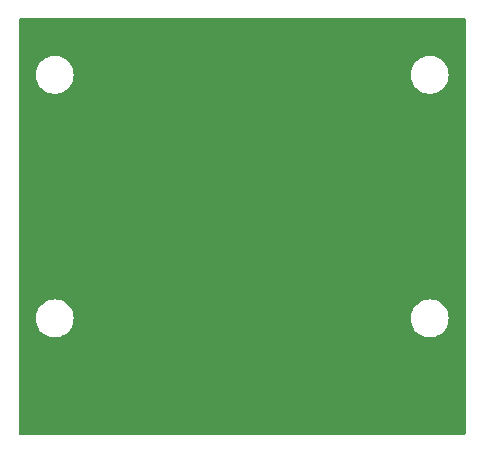
<source format=gbr>
G04 #@! TF.GenerationSoftware,KiCad,Pcbnew,(6.0.7)*
G04 #@! TF.CreationDate,2022-08-31T16:19:09-05:00*
G04 #@! TF.ProjectId,UTCPW_MountingBoard,55544350-575f-44d6-9f75-6e74696e6742,rev?*
G04 #@! TF.SameCoordinates,Original*
G04 #@! TF.FileFunction,Copper,L2,Bot*
G04 #@! TF.FilePolarity,Positive*
%FSLAX46Y46*%
G04 Gerber Fmt 4.6, Leading zero omitted, Abs format (unit mm)*
G04 Created by KiCad (PCBNEW (6.0.7)) date 2022-08-31 16:19:09*
%MOMM*%
%LPD*%
G01*
G04 APERTURE LIST*
G04 #@! TA.AperFunction,ComponentPad*
%ADD10C,1.219200*%
G04 #@! TD*
G04 APERTURE END LIST*
D10*
G04 #@! TO.P,REF\u002A\u002A,*
G04 #@! TO.N,/GND*
X138480800Y-117957600D03*
X140919200Y-117957600D03*
X140919200Y-120167400D03*
X138480800Y-120167400D03*
G04 #@! TD*
G04 #@! TO.P,REF\u002A\u002A,*
G04 #@! TO.N,/GND*
X113080800Y-120167400D03*
X115519200Y-120167400D03*
X113080800Y-117957600D03*
X115519200Y-117957600D03*
G04 #@! TD*
G04 #@! TO.P,REF\u002A\u002A,*
G04 #@! TO.N,/GND*
X125180800Y-120167400D03*
X125180800Y-117957600D03*
X127619200Y-120167400D03*
X127619200Y-117957600D03*
G04 #@! TD*
G04 #@! TA.AperFunction,Conductor*
G04 #@! TO.N,/GND*
G36*
X145864621Y-86507502D02*
G01*
X145911114Y-86561158D01*
X145922500Y-86613500D01*
X145922500Y-121666500D01*
X145902498Y-121734621D01*
X145848842Y-121781114D01*
X145796500Y-121792500D01*
X108203500Y-121792500D01*
X108135379Y-121772498D01*
X108088886Y-121718842D01*
X108077500Y-121666500D01*
X108077500Y-111912400D01*
X109519551Y-111912400D01*
X109539317Y-112163548D01*
X109598127Y-112408511D01*
X109694534Y-112641259D01*
X109826164Y-112856059D01*
X109829376Y-112859819D01*
X109829379Y-112859824D01*
X109974256Y-113029452D01*
X109989776Y-113047624D01*
X109993538Y-113050837D01*
X110177576Y-113208021D01*
X110177581Y-113208024D01*
X110181341Y-113211236D01*
X110396141Y-113342866D01*
X110400711Y-113344759D01*
X110400715Y-113344761D01*
X110624316Y-113437379D01*
X110628889Y-113439273D01*
X110713289Y-113459535D01*
X110869039Y-113496928D01*
X110869045Y-113496929D01*
X110873852Y-113498083D01*
X110962149Y-113505032D01*
X111059661Y-113512707D01*
X111059670Y-113512707D01*
X111062118Y-113512900D01*
X111187882Y-113512900D01*
X111190330Y-113512707D01*
X111190339Y-113512707D01*
X111287851Y-113505032D01*
X111376148Y-113498083D01*
X111380955Y-113496929D01*
X111380961Y-113496928D01*
X111536711Y-113459535D01*
X111621111Y-113439273D01*
X111625684Y-113437379D01*
X111849285Y-113344761D01*
X111849289Y-113344759D01*
X111853859Y-113342866D01*
X112068659Y-113211236D01*
X112072419Y-113208024D01*
X112072424Y-113208021D01*
X112256462Y-113050837D01*
X112260224Y-113047624D01*
X112275744Y-113029452D01*
X112420621Y-112859824D01*
X112420624Y-112859819D01*
X112423836Y-112856059D01*
X112555466Y-112641259D01*
X112651873Y-112408511D01*
X112710683Y-112163548D01*
X112730449Y-111912400D01*
X141269551Y-111912400D01*
X141289317Y-112163548D01*
X141348127Y-112408511D01*
X141444534Y-112641259D01*
X141576164Y-112856059D01*
X141579376Y-112859819D01*
X141579379Y-112859824D01*
X141724256Y-113029452D01*
X141739776Y-113047624D01*
X141743538Y-113050837D01*
X141927576Y-113208021D01*
X141927581Y-113208024D01*
X141931341Y-113211236D01*
X142146141Y-113342866D01*
X142150711Y-113344759D01*
X142150715Y-113344761D01*
X142374316Y-113437379D01*
X142378889Y-113439273D01*
X142463289Y-113459535D01*
X142619039Y-113496928D01*
X142619045Y-113496929D01*
X142623852Y-113498083D01*
X142712149Y-113505032D01*
X142809661Y-113512707D01*
X142809670Y-113512707D01*
X142812118Y-113512900D01*
X142937882Y-113512900D01*
X142940330Y-113512707D01*
X142940339Y-113512707D01*
X143037851Y-113505032D01*
X143126148Y-113498083D01*
X143130955Y-113496929D01*
X143130961Y-113496928D01*
X143286711Y-113459535D01*
X143371111Y-113439273D01*
X143375684Y-113437379D01*
X143599285Y-113344761D01*
X143599289Y-113344759D01*
X143603859Y-113342866D01*
X143818659Y-113211236D01*
X143822419Y-113208024D01*
X143822424Y-113208021D01*
X144006462Y-113050837D01*
X144010224Y-113047624D01*
X144025744Y-113029452D01*
X144170621Y-112859824D01*
X144170624Y-112859819D01*
X144173836Y-112856059D01*
X144305466Y-112641259D01*
X144401873Y-112408511D01*
X144460683Y-112163548D01*
X144480449Y-111912400D01*
X144460683Y-111661252D01*
X144401873Y-111416289D01*
X144305466Y-111183541D01*
X144173836Y-110968741D01*
X144170624Y-110964981D01*
X144170621Y-110964976D01*
X144013437Y-110780938D01*
X144010224Y-110777176D01*
X143992052Y-110761656D01*
X143822424Y-110616779D01*
X143822419Y-110616776D01*
X143818659Y-110613564D01*
X143603859Y-110481934D01*
X143599289Y-110480041D01*
X143599285Y-110480039D01*
X143375684Y-110387421D01*
X143375682Y-110387420D01*
X143371111Y-110385527D01*
X143286711Y-110365265D01*
X143130961Y-110327872D01*
X143130955Y-110327871D01*
X143126148Y-110326717D01*
X143037851Y-110319768D01*
X142940339Y-110312093D01*
X142940330Y-110312093D01*
X142937882Y-110311900D01*
X142812118Y-110311900D01*
X142809670Y-110312093D01*
X142809661Y-110312093D01*
X142712149Y-110319768D01*
X142623852Y-110326717D01*
X142619045Y-110327871D01*
X142619039Y-110327872D01*
X142463289Y-110365265D01*
X142378889Y-110385527D01*
X142374318Y-110387420D01*
X142374316Y-110387421D01*
X142150715Y-110480039D01*
X142150711Y-110480041D01*
X142146141Y-110481934D01*
X141931341Y-110613564D01*
X141927581Y-110616776D01*
X141927576Y-110616779D01*
X141757948Y-110761656D01*
X141739776Y-110777176D01*
X141736563Y-110780938D01*
X141579379Y-110964976D01*
X141579376Y-110964981D01*
X141576164Y-110968741D01*
X141444534Y-111183541D01*
X141348127Y-111416289D01*
X141289317Y-111661252D01*
X141269551Y-111912400D01*
X112730449Y-111912400D01*
X112710683Y-111661252D01*
X112651873Y-111416289D01*
X112555466Y-111183541D01*
X112423836Y-110968741D01*
X112420624Y-110964981D01*
X112420621Y-110964976D01*
X112263437Y-110780938D01*
X112260224Y-110777176D01*
X112242052Y-110761656D01*
X112072424Y-110616779D01*
X112072419Y-110616776D01*
X112068659Y-110613564D01*
X111853859Y-110481934D01*
X111849289Y-110480041D01*
X111849285Y-110480039D01*
X111625684Y-110387421D01*
X111625682Y-110387420D01*
X111621111Y-110385527D01*
X111536711Y-110365265D01*
X111380961Y-110327872D01*
X111380955Y-110327871D01*
X111376148Y-110326717D01*
X111287851Y-110319768D01*
X111190339Y-110312093D01*
X111190330Y-110312093D01*
X111187882Y-110311900D01*
X111062118Y-110311900D01*
X111059670Y-110312093D01*
X111059661Y-110312093D01*
X110962149Y-110319768D01*
X110873852Y-110326717D01*
X110869045Y-110327871D01*
X110869039Y-110327872D01*
X110713289Y-110365265D01*
X110628889Y-110385527D01*
X110624318Y-110387420D01*
X110624316Y-110387421D01*
X110400715Y-110480039D01*
X110400711Y-110480041D01*
X110396141Y-110481934D01*
X110181341Y-110613564D01*
X110177581Y-110616776D01*
X110177576Y-110616779D01*
X110007948Y-110761656D01*
X109989776Y-110777176D01*
X109986563Y-110780938D01*
X109829379Y-110964976D01*
X109829376Y-110964981D01*
X109826164Y-110968741D01*
X109694534Y-111183541D01*
X109598127Y-111416289D01*
X109539317Y-111661252D01*
X109519551Y-111912400D01*
X108077500Y-111912400D01*
X108077500Y-91287600D01*
X109519551Y-91287600D01*
X109539317Y-91538748D01*
X109598127Y-91783711D01*
X109694534Y-92016459D01*
X109826164Y-92231259D01*
X109829376Y-92235019D01*
X109829379Y-92235024D01*
X109974256Y-92404652D01*
X109989776Y-92422824D01*
X109993538Y-92426037D01*
X110177576Y-92583221D01*
X110177581Y-92583224D01*
X110181341Y-92586436D01*
X110396141Y-92718066D01*
X110400711Y-92719959D01*
X110400715Y-92719961D01*
X110624316Y-92812579D01*
X110628889Y-92814473D01*
X110713289Y-92834735D01*
X110869039Y-92872128D01*
X110869045Y-92872129D01*
X110873852Y-92873283D01*
X110962149Y-92880232D01*
X111059661Y-92887907D01*
X111059670Y-92887907D01*
X111062118Y-92888100D01*
X111187882Y-92888100D01*
X111190330Y-92887907D01*
X111190339Y-92887907D01*
X111287851Y-92880232D01*
X111376148Y-92873283D01*
X111380955Y-92872129D01*
X111380961Y-92872128D01*
X111536711Y-92834735D01*
X111621111Y-92814473D01*
X111625684Y-92812579D01*
X111849285Y-92719961D01*
X111849289Y-92719959D01*
X111853859Y-92718066D01*
X112068659Y-92586436D01*
X112072419Y-92583224D01*
X112072424Y-92583221D01*
X112256462Y-92426037D01*
X112260224Y-92422824D01*
X112275744Y-92404652D01*
X112420621Y-92235024D01*
X112420624Y-92235019D01*
X112423836Y-92231259D01*
X112555466Y-92016459D01*
X112651873Y-91783711D01*
X112710683Y-91538748D01*
X112730449Y-91287600D01*
X141269551Y-91287600D01*
X141289317Y-91538748D01*
X141348127Y-91783711D01*
X141444534Y-92016459D01*
X141576164Y-92231259D01*
X141579376Y-92235019D01*
X141579379Y-92235024D01*
X141724256Y-92404652D01*
X141739776Y-92422824D01*
X141743538Y-92426037D01*
X141927576Y-92583221D01*
X141927581Y-92583224D01*
X141931341Y-92586436D01*
X142146141Y-92718066D01*
X142150711Y-92719959D01*
X142150715Y-92719961D01*
X142374316Y-92812579D01*
X142378889Y-92814473D01*
X142463289Y-92834735D01*
X142619039Y-92872128D01*
X142619045Y-92872129D01*
X142623852Y-92873283D01*
X142712149Y-92880232D01*
X142809661Y-92887907D01*
X142809670Y-92887907D01*
X142812118Y-92888100D01*
X142937882Y-92888100D01*
X142940330Y-92887907D01*
X142940339Y-92887907D01*
X143037851Y-92880232D01*
X143126148Y-92873283D01*
X143130955Y-92872129D01*
X143130961Y-92872128D01*
X143286711Y-92834735D01*
X143371111Y-92814473D01*
X143375684Y-92812579D01*
X143599285Y-92719961D01*
X143599289Y-92719959D01*
X143603859Y-92718066D01*
X143818659Y-92586436D01*
X143822419Y-92583224D01*
X143822424Y-92583221D01*
X144006462Y-92426037D01*
X144010224Y-92422824D01*
X144025744Y-92404652D01*
X144170621Y-92235024D01*
X144170624Y-92235019D01*
X144173836Y-92231259D01*
X144305466Y-92016459D01*
X144401873Y-91783711D01*
X144460683Y-91538748D01*
X144480449Y-91287600D01*
X144460683Y-91036452D01*
X144401873Y-90791489D01*
X144305466Y-90558741D01*
X144173836Y-90343941D01*
X144170624Y-90340181D01*
X144170621Y-90340176D01*
X144013437Y-90156138D01*
X144010224Y-90152376D01*
X143992052Y-90136856D01*
X143822424Y-89991979D01*
X143822419Y-89991976D01*
X143818659Y-89988764D01*
X143603859Y-89857134D01*
X143599289Y-89855241D01*
X143599285Y-89855239D01*
X143375684Y-89762621D01*
X143375682Y-89762620D01*
X143371111Y-89760727D01*
X143286711Y-89740465D01*
X143130961Y-89703072D01*
X143130955Y-89703071D01*
X143126148Y-89701917D01*
X143037851Y-89694968D01*
X142940339Y-89687293D01*
X142940330Y-89687293D01*
X142937882Y-89687100D01*
X142812118Y-89687100D01*
X142809670Y-89687293D01*
X142809661Y-89687293D01*
X142712149Y-89694968D01*
X142623852Y-89701917D01*
X142619045Y-89703071D01*
X142619039Y-89703072D01*
X142463289Y-89740465D01*
X142378889Y-89760727D01*
X142374318Y-89762620D01*
X142374316Y-89762621D01*
X142150715Y-89855239D01*
X142150711Y-89855241D01*
X142146141Y-89857134D01*
X141931341Y-89988764D01*
X141927581Y-89991976D01*
X141927576Y-89991979D01*
X141757948Y-90136856D01*
X141739776Y-90152376D01*
X141736563Y-90156138D01*
X141579379Y-90340176D01*
X141579376Y-90340181D01*
X141576164Y-90343941D01*
X141444534Y-90558741D01*
X141348127Y-90791489D01*
X141289317Y-91036452D01*
X141269551Y-91287600D01*
X112730449Y-91287600D01*
X112710683Y-91036452D01*
X112651873Y-90791489D01*
X112555466Y-90558741D01*
X112423836Y-90343941D01*
X112420624Y-90340181D01*
X112420621Y-90340176D01*
X112263437Y-90156138D01*
X112260224Y-90152376D01*
X112242052Y-90136856D01*
X112072424Y-89991979D01*
X112072419Y-89991976D01*
X112068659Y-89988764D01*
X111853859Y-89857134D01*
X111849289Y-89855241D01*
X111849285Y-89855239D01*
X111625684Y-89762621D01*
X111625682Y-89762620D01*
X111621111Y-89760727D01*
X111536711Y-89740465D01*
X111380961Y-89703072D01*
X111380955Y-89703071D01*
X111376148Y-89701917D01*
X111287851Y-89694968D01*
X111190339Y-89687293D01*
X111190330Y-89687293D01*
X111187882Y-89687100D01*
X111062118Y-89687100D01*
X111059670Y-89687293D01*
X111059661Y-89687293D01*
X110962149Y-89694968D01*
X110873852Y-89701917D01*
X110869045Y-89703071D01*
X110869039Y-89703072D01*
X110713289Y-89740465D01*
X110628889Y-89760727D01*
X110624318Y-89762620D01*
X110624316Y-89762621D01*
X110400715Y-89855239D01*
X110400711Y-89855241D01*
X110396141Y-89857134D01*
X110181341Y-89988764D01*
X110177581Y-89991976D01*
X110177576Y-89991979D01*
X110007948Y-90136856D01*
X109989776Y-90152376D01*
X109986563Y-90156138D01*
X109829379Y-90340176D01*
X109829376Y-90340181D01*
X109826164Y-90343941D01*
X109694534Y-90558741D01*
X109598127Y-90791489D01*
X109539317Y-91036452D01*
X109519551Y-91287600D01*
X108077500Y-91287600D01*
X108077500Y-86613500D01*
X108097502Y-86545379D01*
X108151158Y-86498886D01*
X108203500Y-86487500D01*
X145796500Y-86487500D01*
X145864621Y-86507502D01*
G37*
G04 #@! TD.AperFunction*
G04 #@! TD*
M02*

</source>
